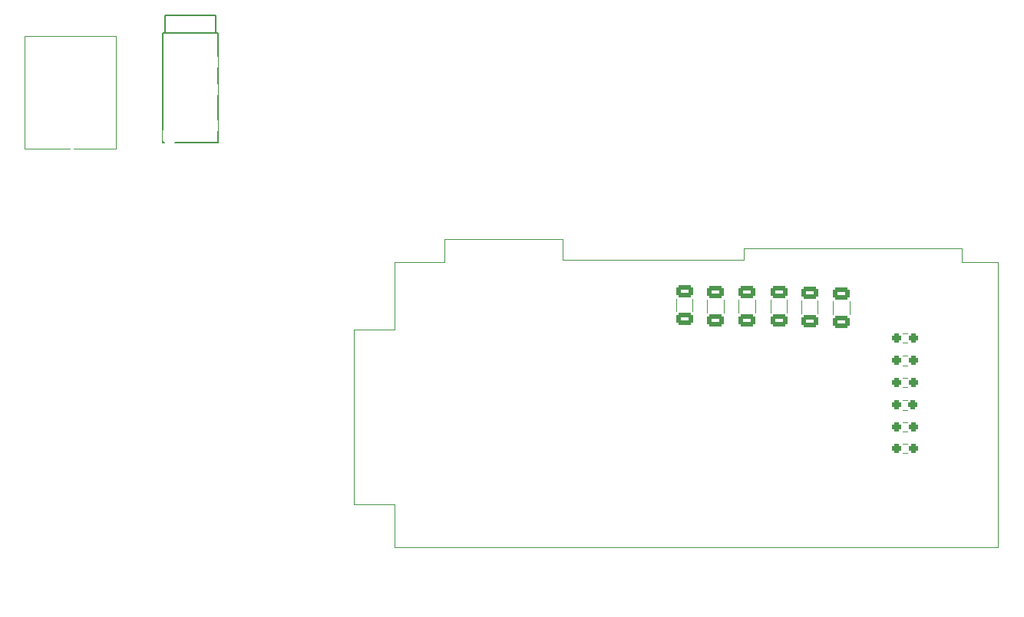
<source format=gto>
%TF.GenerationSoftware,KiCad,Pcbnew,(6.0.4)*%
%TF.CreationDate,2022-07-25T21:25:33-05:00*%
%TF.ProjectId,SchiitBox,53636869-6974-4426-9f78-2e6b69636164,rev?*%
%TF.SameCoordinates,Original*%
%TF.FileFunction,Legend,Top*%
%TF.FilePolarity,Positive*%
%FSLAX46Y46*%
G04 Gerber Fmt 4.6, Leading zero omitted, Abs format (unit mm)*
G04 Created by KiCad (PCBNEW (6.0.4)) date 2022-07-25 21:25:33*
%MOMM*%
%LPD*%
G01*
G04 APERTURE LIST*
G04 Aperture macros list*
%AMRoundRect*
0 Rectangle with rounded corners*
0 $1 Rounding radius*
0 $2 $3 $4 $5 $6 $7 $8 $9 X,Y pos of 4 corners*
0 Add a 4 corners polygon primitive as box body*
4,1,4,$2,$3,$4,$5,$6,$7,$8,$9,$2,$3,0*
0 Add four circle primitives for the rounded corners*
1,1,$1+$1,$2,$3*
1,1,$1+$1,$4,$5*
1,1,$1+$1,$6,$7*
1,1,$1+$1,$8,$9*
0 Add four rect primitives between the rounded corners*
20,1,$1+$1,$2,$3,$4,$5,0*
20,1,$1+$1,$4,$5,$6,$7,0*
20,1,$1+$1,$6,$7,$8,$9,0*
20,1,$1+$1,$8,$9,$2,$3,0*%
%AMOutline5P*
0 Free polygon, 5 corners , with rotation*
0 The origin of the aperture is its center*
0 number of corners: always 5*
0 $1 to $10 corner X, Y*
0 $11 Rotation angle, in degrees counterclockwise*
0 create outline with 5 corners*
4,1,5,$1,$2,$3,$4,$5,$6,$7,$8,$9,$10,$1,$2,$11*%
%AMOutline6P*
0 Free polygon, 6 corners , with rotation*
0 The origin of the aperture is its center*
0 number of corners: always 6*
0 $1 to $12 corner X, Y*
0 $13 Rotation angle, in degrees counterclockwise*
0 create outline with 6 corners*
4,1,6,$1,$2,$3,$4,$5,$6,$7,$8,$9,$10,$11,$12,$1,$2,$13*%
%AMOutline7P*
0 Free polygon, 7 corners , with rotation*
0 The origin of the aperture is its center*
0 number of corners: always 7*
0 $1 to $14 corner X, Y*
0 $15 Rotation angle, in degrees counterclockwise*
0 create outline with 7 corners*
4,1,7,$1,$2,$3,$4,$5,$6,$7,$8,$9,$10,$11,$12,$13,$14,$1,$2,$15*%
%AMOutline8P*
0 Free polygon, 8 corners , with rotation*
0 The origin of the aperture is its center*
0 number of corners: always 8*
0 $1 to $16 corner X, Y*
0 $17 Rotation angle, in degrees counterclockwise*
0 create outline with 8 corners*
4,1,8,$1,$2,$3,$4,$5,$6,$7,$8,$9,$10,$11,$12,$13,$14,$15,$16,$1,$2,$17*%
G04 Aperture macros list end*
%ADD10C,0.150000*%
%ADD11C,0.120000*%
%ADD12C,1.752600*%
%ADD13Outline5P,-0.900000X0.540000X-0.540000X0.900000X0.900000X0.900000X0.900000X-0.900000X-0.900000X-0.900000X0.000000*%
%ADD14Outline5P,-0.900000X0.900000X0.900000X0.900000X0.900000X-0.900000X-0.540000X-0.900000X-0.900000X-0.540000X0.000000*%
%ADD15C,4.000000*%
%ADD16RoundRect,0.237500X-0.250000X-0.237500X0.250000X-0.237500X0.250000X0.237500X-0.250000X0.237500X0*%
%ADD17C,1.500000*%
%ADD18C,4.500000*%
%ADD19C,0.800000*%
%ADD20O,1.600000X2.000000*%
%ADD21C,2.000000*%
%ADD22O,1.000000X2.750000*%
%ADD23O,2.750000X1.000000*%
%ADD24RoundRect,0.250000X0.650000X-0.412500X0.650000X0.412500X-0.650000X0.412500X-0.650000X-0.412500X0*%
G04 APERTURE END LIST*
D10*
%TO.C,*%
D11*
%TO.C,REF\u002A\u002A*%
X124045276Y-62977500D02*
X124554724Y-62977500D01*
X124045276Y-64022500D02*
X124554724Y-64022500D01*
D10*
%TO.C,J1*%
X42450000Y-20050000D02*
X42450000Y-32150000D01*
X48300000Y-20050000D02*
X48300000Y-18050000D01*
X48300000Y-18050000D02*
X42700000Y-18050000D01*
X42700000Y-20050000D02*
X42700000Y-18050000D01*
X48550000Y-20050000D02*
X42450000Y-20050000D01*
X48550000Y-20050000D02*
X48550000Y-32150000D01*
X48550000Y-32150000D02*
X42450000Y-32150000D01*
D11*
%TO.C,REF\u002A\u002A*%
X124057776Y-59122500D02*
X124567224Y-59122500D01*
X124057776Y-58077500D02*
X124567224Y-58077500D01*
X124045276Y-55677500D02*
X124554724Y-55677500D01*
X124045276Y-56722500D02*
X124554724Y-56722500D01*
X124057776Y-54222500D02*
X124567224Y-54222500D01*
X124057776Y-53177500D02*
X124567224Y-53177500D01*
X27250000Y-20375000D02*
X27250000Y-32825000D01*
X27250000Y-32825000D02*
X37250000Y-32825000D01*
X27250000Y-20375000D02*
X37250000Y-20375000D01*
X37250000Y-20375000D02*
X37250000Y-32825000D01*
X116390000Y-51048752D02*
X116390000Y-49626248D01*
X118210000Y-51048752D02*
X118210000Y-49626248D01*
X109490000Y-50911252D02*
X109490000Y-49488748D01*
X111310000Y-50911252D02*
X111310000Y-49488748D01*
X102490000Y-50873752D02*
X102490000Y-49451248D01*
X104310000Y-50873752D02*
X104310000Y-49451248D01*
X100910000Y-50773752D02*
X100910000Y-49351248D01*
X99090000Y-50773752D02*
X99090000Y-49351248D01*
X124045276Y-66422500D02*
X124554724Y-66422500D01*
X124045276Y-65377500D02*
X124554724Y-65377500D01*
X105990000Y-50911252D02*
X105990000Y-49488748D01*
X107810000Y-50911252D02*
X107810000Y-49488748D01*
X124032776Y-60577500D02*
X124542224Y-60577500D01*
X124032776Y-61622500D02*
X124542224Y-61622500D01*
X112890000Y-51011252D02*
X112890000Y-49588748D01*
X114710000Y-51011252D02*
X114710000Y-49588748D01*
X68050000Y-45300000D02*
X73550000Y-45300000D01*
X134550000Y-76800000D02*
X134550000Y-45300000D01*
X106550000Y-43800000D02*
X106550000Y-45050000D01*
X63550000Y-52800000D02*
X63550000Y-72050000D01*
X68050000Y-76800000D02*
X134550000Y-76800000D01*
X68050000Y-52800000D02*
X68050000Y-45300000D01*
X130550000Y-43800000D02*
X106550000Y-43800000D01*
X63550000Y-72050000D02*
X68050000Y-72050000D01*
X68050000Y-72050000D02*
X68050000Y-76800000D01*
X106550000Y-45050000D02*
X86550000Y-45050000D01*
X86550000Y-45050000D02*
X86550000Y-42800000D01*
X86550000Y-42800000D02*
X73550000Y-42800000D01*
X134550000Y-45300000D02*
X130550000Y-45300000D01*
X130550000Y-45300000D02*
X130550000Y-43800000D01*
X73550000Y-42800000D02*
X73550000Y-45300000D01*
X63550000Y-52800000D02*
X68050000Y-52800000D01*
%TD*%
D12*
%TO.C,*%
X133860000Y-82000000D03*
%TD*%
%TO.C,*%
X131320000Y-82000000D03*
%TD*%
%TO.C,*%
X101040000Y-82000000D03*
%TD*%
%TO.C,*%
X108660000Y-82000000D03*
%TD*%
%TO.C,*%
X126240000Y-82000000D03*
%TD*%
%TO.C,*%
X103580000Y-82000000D03*
%TD*%
D13*
%TO.C,*%
X98500000Y-82000000D03*
%TD*%
D12*
%TO.C,*%
X128780000Y-82000000D03*
%TD*%
D13*
%TO.C,*%
X123700000Y-82000000D03*
%TD*%
D12*
%TO.C,*%
X106120000Y-82000000D03*
%TD*%
%TO.C,REF\u002A\u002A*%
X105240000Y-71300000D03*
X92540000Y-71300000D03*
X102700000Y-71300000D03*
X90000000Y-71300000D03*
X95080000Y-71300000D03*
X100160000Y-71300000D03*
X77300000Y-71300000D03*
X79840000Y-71300000D03*
X82380000Y-71300000D03*
X102700000Y-73800000D03*
X97620000Y-71300000D03*
X105240000Y-73800000D03*
X84920000Y-71300000D03*
X84920000Y-73800000D03*
X107780000Y-73800000D03*
X87460000Y-73800000D03*
X110320000Y-73800000D03*
X90000000Y-73800000D03*
X110320000Y-71300000D03*
X112860000Y-71300000D03*
X115400000Y-73800000D03*
X115400000Y-71300000D03*
X95080000Y-73800000D03*
X117940000Y-71300000D03*
X97620000Y-73800000D03*
X120480000Y-71300000D03*
X120480000Y-73800000D03*
X123020000Y-73800000D03*
X123020000Y-71300000D03*
X125560000Y-73800000D03*
D14*
X87460000Y-71300000D03*
X125560000Y-71300000D03*
X117940000Y-73800000D03*
X100160000Y-73800000D03*
X107780000Y-71300000D03*
X92540000Y-73800000D03*
X112860000Y-73800000D03*
X82380000Y-73800000D03*
D12*
X77300000Y-73800000D03*
X79840000Y-73800000D03*
%TD*%
%LPC*%
%TO.C,*%
X133860000Y-82000000D03*
%TD*%
D15*
%TO.C,*%
X118000000Y-86500000D03*
%TD*%
D16*
%TO.C,REF\u002A\u002A*%
X123387500Y-63500000D03*
X125212500Y-63500000D03*
%TD*%
D17*
%TO.C,*%
X132950000Y-33550000D03*
%TD*%
D15*
%TO.C,*%
X89200000Y-102400000D03*
%TD*%
D17*
%TO.C,*%
X114300000Y-29400000D03*
%TD*%
D12*
%TO.C,*%
X131320000Y-82000000D03*
%TD*%
D18*
%TO.C,*%
X33000000Y-91000000D03*
%TD*%
D19*
%TO.C,J1*%
X45500000Y-21650000D03*
X45500000Y-28650000D03*
D20*
X47800000Y-26250000D03*
X47800000Y-23250000D03*
X43200000Y-31350000D03*
X47800000Y-30250000D03*
%TD*%
D12*
%TO.C,*%
X101040000Y-82000000D03*
%TD*%
D16*
%TO.C,REF\u002A\u002A*%
X125225000Y-58600000D03*
X123400000Y-58600000D03*
%TD*%
%TO.C,REF\u002A\u002A*%
X123387500Y-56200000D03*
X125212500Y-56200000D03*
%TD*%
D12*
%TO.C,*%
X108660000Y-82000000D03*
%TD*%
D17*
%TO.C,*%
X109050000Y-29300000D03*
%TD*%
D16*
%TO.C,REF\u002A\u002A*%
X123400000Y-53700000D03*
X125225000Y-53700000D03*
%TD*%
D21*
%TO.C,REF\u002A\u002A*%
X35750000Y-23825000D03*
X28750000Y-23825000D03*
D22*
X32500000Y-31500000D03*
D23*
X32500000Y-26300000D03*
%TD*%
D24*
%TO.C,REF\u002A\u002A*%
X117300000Y-48775000D03*
X117300000Y-51900000D03*
%TD*%
D12*
%TO.C,*%
X126240000Y-82000000D03*
%TD*%
D17*
%TO.C,*%
X125450000Y-33500000D03*
%TD*%
D24*
%TO.C,REF\u002A\u002A*%
X110400000Y-48637500D03*
X110400000Y-51762500D03*
%TD*%
%TO.C,REF\u002A\u002A*%
X103400000Y-51725000D03*
X103400000Y-48600000D03*
%TD*%
%TO.C,REF\u002A\u002A*%
X100000000Y-51625000D03*
X100000000Y-48500000D03*
%TD*%
D16*
%TO.C,REF\u002A\u002A*%
X123387500Y-65900000D03*
X125212500Y-65900000D03*
%TD*%
D17*
%TO.C,*%
X111600000Y-31700000D03*
%TD*%
D15*
%TO.C,*%
X57900000Y-102400000D03*
%TD*%
D24*
%TO.C,REF\u002A\u002A*%
X106900000Y-51762500D03*
X106900000Y-48637500D03*
%TD*%
D12*
%TO.C,*%
X103580000Y-82000000D03*
%TD*%
D13*
%TO.C,*%
X98500000Y-82000000D03*
%TD*%
D17*
%TO.C,*%
X116950000Y-31700000D03*
%TD*%
D12*
%TO.C,*%
X128780000Y-82000000D03*
%TD*%
D16*
%TO.C,REF\u002A\u002A*%
X125200000Y-61100000D03*
X123375000Y-61100000D03*
%TD*%
D13*
%TO.C,*%
X123700000Y-82000000D03*
%TD*%
D12*
%TO.C,*%
X106120000Y-82000000D03*
%TD*%
D24*
%TO.C,REF\u002A\u002A*%
X113800000Y-51862500D03*
X113800000Y-48737500D03*
%TD*%
D12*
%TO.C,REF\u002A\u002A*%
X105240000Y-71300000D03*
X92540000Y-71300000D03*
X102700000Y-71300000D03*
X90000000Y-71300000D03*
X95080000Y-71300000D03*
X100160000Y-71300000D03*
X77300000Y-71300000D03*
X79840000Y-71300000D03*
X82380000Y-71300000D03*
X102700000Y-73800000D03*
X97620000Y-71300000D03*
X105240000Y-73800000D03*
X84920000Y-71300000D03*
X84920000Y-73800000D03*
X107780000Y-73800000D03*
X87460000Y-73800000D03*
X110320000Y-73800000D03*
X90000000Y-73800000D03*
X110320000Y-71300000D03*
X112860000Y-71300000D03*
X115400000Y-73800000D03*
X115400000Y-71300000D03*
X95080000Y-73800000D03*
X117940000Y-71300000D03*
X97620000Y-73800000D03*
X120480000Y-71300000D03*
X120480000Y-73800000D03*
X123020000Y-73800000D03*
X123020000Y-71300000D03*
X125560000Y-73800000D03*
D14*
X87460000Y-71300000D03*
X125560000Y-71300000D03*
X117940000Y-73800000D03*
X100160000Y-73800000D03*
X107780000Y-71300000D03*
X92540000Y-73800000D03*
X112860000Y-73800000D03*
X82380000Y-73800000D03*
D12*
X77300000Y-73800000D03*
X79840000Y-73800000D03*
%TD*%
M02*

</source>
